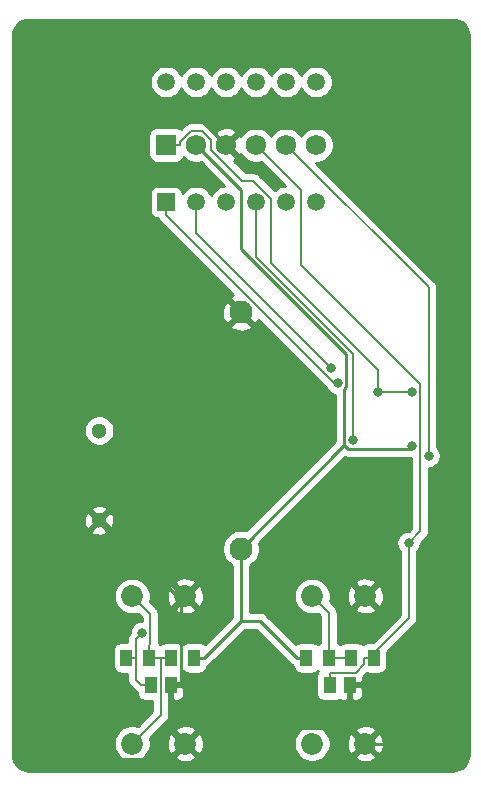
<source format=gbr>
%TF.GenerationSoftware,KiCad,Pcbnew,(5.1.10)-1*%
%TF.CreationDate,2021-07-01T23:18:39+02:00*%
%TF.ProjectId,BytesCounter,42797465-7343-46f7-956e-7465722e6b69,rev?*%
%TF.SameCoordinates,Original*%
%TF.FileFunction,Copper,L2,Bot*%
%TF.FilePolarity,Positive*%
%FSLAX46Y46*%
G04 Gerber Fmt 4.6, Leading zero omitted, Abs format (unit mm)*
G04 Created by KiCad (PCBNEW (5.1.10)-1) date 2021-07-01 23:18:39*
%MOMM*%
%LPD*%
G01*
G04 APERTURE LIST*
%TA.AperFunction,ComponentPad*%
%ADD10C,1.850000*%
%TD*%
%TA.AperFunction,ComponentPad*%
%ADD11C,1.950000*%
%TD*%
%TA.AperFunction,ComponentPad*%
%ADD12C,1.500000*%
%TD*%
%TA.AperFunction,ComponentPad*%
%ADD13R,1.500000X1.500000*%
%TD*%
%TA.AperFunction,SMDPad,CuDef*%
%ADD14R,1.000000X1.400000*%
%TD*%
%TA.AperFunction,ComponentPad*%
%ADD15C,1.300000*%
%TD*%
%TA.AperFunction,ComponentPad*%
%ADD16C,1.725000*%
%TD*%
%TA.AperFunction,ComponentPad*%
%ADD17R,1.725000X1.725000*%
%TD*%
%TA.AperFunction,SMDPad,CuDef*%
%ADD18R,1.050000X1.470000*%
%TD*%
%TA.AperFunction,ViaPad*%
%ADD19C,3.750000*%
%TD*%
%TA.AperFunction,ViaPad*%
%ADD20C,0.800000*%
%TD*%
%TA.AperFunction,Conductor*%
%ADD21C,0.250000*%
%TD*%
%TA.AperFunction,Conductor*%
%ADD22C,0.200000*%
%TD*%
%TA.AperFunction,Conductor*%
%ADD23C,0.254000*%
%TD*%
%TA.AperFunction,Conductor*%
%ADD24C,0.100000*%
%TD*%
G04 APERTURE END LIST*
D10*
%TO.P,S1,4*%
%TO.N,Net-(R11-Pad1)*%
X111796000Y-87998000D03*
%TO.P,S1,3*%
X111796000Y-75498000D03*
%TO.P,S1,2*%
%TO.N,gnd*%
X116296000Y-87998000D03*
%TO.P,S1,1*%
X116296000Y-75498000D03*
%TD*%
%TO.P,S2,4*%
%TO.N,Net-(R15-Pad1)*%
X127036000Y-87998000D03*
%TO.P,S2,3*%
X127036000Y-75498000D03*
%TO.P,S2,2*%
%TO.N,gnd*%
X131536000Y-87998000D03*
%TO.P,S2,1*%
X131536000Y-75498000D03*
%TD*%
D11*
%TO.P,U2,2*%
%TO.N,gnd*%
X121000000Y-51500000D03*
%TO.P,U2,1*%
%TO.N,+3V*%
X121000000Y-71500000D03*
%TD*%
D12*
%TO.P,U1,12*%
%TO.N,/CC_1*%
X114680000Y-31980000D03*
%TO.P,U1,11*%
%TO.N,/D_a*%
X117220000Y-31980000D03*
%TO.P,U1,10*%
%TO.N,/D_f*%
X119760000Y-31980000D03*
%TO.P,U1,9*%
%TO.N,/CC_2*%
X122300000Y-31980000D03*
%TO.P,U1,8*%
%TO.N,/CC_3*%
X124840000Y-31980000D03*
%TO.P,U1,7*%
%TO.N,/D_b*%
X127380000Y-31980000D03*
%TO.P,U1,6*%
%TO.N,/CC_4*%
X127380000Y-42140000D03*
%TO.P,U1,5*%
%TO.N,/D_g*%
X124840000Y-42140000D03*
%TO.P,U1,4*%
%TO.N,/D_c*%
X122300000Y-42140000D03*
%TO.P,U1,3*%
%TO.N,/D_dp*%
X119760000Y-42140000D03*
%TO.P,U1,2*%
%TO.N,/D_d*%
X117220000Y-42140000D03*
D13*
%TO.P,U1,1*%
%TO.N,/D_e*%
X114680000Y-42140000D03*
%TD*%
D14*
%TO.P,R16,2*%
%TO.N,/B_1*%
X132268000Y-80732000D03*
%TO.P,R16,1*%
%TO.N,Net-(R15-Pad1)*%
X130368000Y-80732000D03*
%TD*%
%TO.P,R15,2*%
%TO.N,+3V*%
X126558000Y-80732000D03*
%TO.P,R15,1*%
%TO.N,Net-(R15-Pad1)*%
X128458000Y-80732000D03*
%TD*%
%TO.P,R12,2*%
%TO.N,/B_2*%
X111318000Y-80732000D03*
%TO.P,R12,1*%
%TO.N,Net-(R11-Pad1)*%
X113218000Y-80732000D03*
%TD*%
%TO.P,R11,2*%
%TO.N,+3V*%
X117028000Y-80732000D03*
%TO.P,R11,1*%
%TO.N,Net-(R11-Pad1)*%
X115128000Y-80732000D03*
%TD*%
D15*
%TO.P,LS1,2*%
%TO.N,gnd*%
X109000000Y-69100000D03*
%TO.P,LS1,1*%
%TO.N,Net-(LS1-Pad1)*%
X109000000Y-61500000D03*
%TD*%
D16*
%TO.P,J1,6*%
%TO.N,Net-(J1-Pad6)*%
X127380000Y-37314000D03*
%TO.P,J1,5*%
%TO.N,/B_2*%
X124840000Y-37314000D03*
%TO.P,J1,4*%
%TO.N,/B_1*%
X122300000Y-37314000D03*
%TO.P,J1,3*%
%TO.N,gnd*%
X119760000Y-37314000D03*
%TO.P,J1,2*%
%TO.N,+3V*%
X117220000Y-37314000D03*
D17*
%TO.P,J1,1*%
%TO.N,/MCLR*%
X114680000Y-37314000D03*
%TD*%
D18*
%TO.P,C3,2*%
%TO.N,gnd*%
X130204000Y-83018000D03*
%TO.P,C3,1*%
%TO.N,/B_1*%
X128524000Y-83018000D03*
%TD*%
%TO.P,C2,2*%
%TO.N,gnd*%
X115062000Y-83018000D03*
%TO.P,C2,1*%
%TO.N,/B_2*%
X113382000Y-83018000D03*
%TD*%
D19*
%TO.N,gnd*%
X138000000Y-29000000D03*
X138000000Y-88000000D03*
X104000000Y-88000000D03*
X104000000Y-29000000D03*
D20*
%TO.N,+3V*%
X135461000Y-62784300D03*
%TO.N,/B_2*%
X112644600Y-78628200D03*
X136900100Y-63638100D03*
%TO.N,/B_1*%
X135211000Y-70999700D03*
%TO.N,/D_c*%
X130516400Y-62262300D03*
%TO.N,/D_d*%
X128668100Y-56221100D03*
%TO.N,/D_e*%
X129208200Y-57501900D03*
%TO.N,/MCLR*%
X135471000Y-58252400D03*
X132621100Y-58240100D03*
%TD*%
D21*
%TO.N,gnd*%
X117628000Y-86666000D02*
X116296000Y-87998000D01*
X130204000Y-86666000D02*
X117628000Y-86666000D01*
X117628000Y-86666000D02*
X117628000Y-84733700D01*
X117628000Y-84733700D02*
X115912300Y-83018000D01*
X115953400Y-75840600D02*
X116296000Y-75498000D01*
X109000000Y-69100000D02*
X109212800Y-69100000D01*
X109212800Y-69100000D02*
X115953400Y-75840600D01*
X115912300Y-83018000D02*
X115953400Y-82976900D01*
X115953400Y-82976900D02*
X115953400Y-75840600D01*
X115820200Y-83018000D02*
X115912300Y-83018000D01*
X115062000Y-83018000D02*
X115820200Y-83018000D01*
X130204000Y-86666000D02*
X130204000Y-83018000D01*
X131536000Y-87998000D02*
X130204000Y-86666000D01*
X119760000Y-37314000D02*
X116787700Y-34341700D01*
X116787700Y-34341700D02*
X109341700Y-34341700D01*
X109341700Y-34341700D02*
X104000000Y-29000000D01*
X138000000Y-29000000D02*
X131080500Y-35919500D01*
X131080500Y-35919500D02*
X121154500Y-35919500D01*
X121154500Y-35919500D02*
X119760000Y-37314000D01*
X138000000Y-88000000D02*
X131538000Y-88000000D01*
X131538000Y-88000000D02*
X131536000Y-87998000D01*
X116296000Y-87998000D02*
X115001900Y-89292100D01*
X115001900Y-89292100D02*
X105292100Y-89292100D01*
X105292100Y-89292100D02*
X104000000Y-88000000D01*
%TO.N,+3V*%
X129773300Y-62726700D02*
X130093200Y-63046600D01*
X130093200Y-63046600D02*
X135198700Y-63046600D01*
X135198700Y-63046600D02*
X135461000Y-62784300D01*
X129773300Y-62726700D02*
X129773300Y-57962600D01*
X129773300Y-57962600D02*
X129933500Y-57802400D01*
X129933500Y-57802400D02*
X129933500Y-55032700D01*
X129933500Y-55032700D02*
X121030000Y-46129200D01*
X121030000Y-46129200D02*
X121030000Y-41124000D01*
X121030000Y-41124000D02*
X117220000Y-37314000D01*
X121000000Y-71500000D02*
X129773300Y-62726700D01*
X121000000Y-77585300D02*
X117853300Y-80732000D01*
X121000000Y-71500000D02*
X121000000Y-77585300D01*
X121000000Y-77585300D02*
X122586000Y-77585300D01*
X122586000Y-77585300D02*
X125732700Y-80732000D01*
X126558000Y-80732000D02*
X125732700Y-80732000D01*
X117028000Y-80732000D02*
X117853300Y-80732000D01*
D22*
%TO.N,/B_2*%
X112644600Y-78628200D02*
X112118300Y-79154500D01*
X112118300Y-79154500D02*
X112118300Y-80732000D01*
X111318000Y-80732000D02*
X112118300Y-80732000D01*
X113382000Y-83018000D02*
X112556700Y-83018000D01*
X112556700Y-83018000D02*
X112118300Y-82579600D01*
X112118300Y-82579600D02*
X112118300Y-80732000D01*
X124840000Y-37314000D02*
X136900100Y-49374100D01*
X136900100Y-49374100D02*
X136900100Y-63638100D01*
%TO.N,/B_1*%
X122300000Y-37314000D02*
X126110000Y-41124000D01*
X126110000Y-41124000D02*
X126110000Y-47462500D01*
X126110000Y-47462500D02*
X136176300Y-57528800D01*
X136176300Y-57528800D02*
X136176300Y-70034400D01*
X136176300Y-70034400D02*
X135211000Y-70999700D01*
X131867900Y-80732000D02*
X135211000Y-77388900D01*
X135211000Y-77388900D02*
X135211000Y-70999700D01*
X131867900Y-80732000D02*
X131467700Y-80732000D01*
X132268000Y-80732000D02*
X131867900Y-80732000D01*
X128524000Y-83018000D02*
X128524000Y-81982700D01*
X128524000Y-81982700D02*
X130742200Y-81982700D01*
X130742200Y-81982700D02*
X131467700Y-81257200D01*
X131467700Y-81257200D02*
X131467700Y-80732000D01*
%TO.N,/D_c*%
X122300000Y-42140000D02*
X122300000Y-46797600D01*
X122300000Y-46797600D02*
X130516400Y-55014000D01*
X130516400Y-55014000D02*
X130516400Y-62262300D01*
%TO.N,/D_d*%
X128668100Y-56221100D02*
X117220000Y-44773000D01*
X117220000Y-44773000D02*
X117220000Y-42140000D01*
%TO.N,/D_e*%
X129208200Y-57501900D02*
X128906300Y-57501900D01*
X128906300Y-57501900D02*
X114680000Y-43275600D01*
X114680000Y-43275600D02*
X114680000Y-42140000D01*
%TO.N,Net-(R11-Pad1)*%
X113218000Y-80732000D02*
X113218000Y-79731700D01*
X113218000Y-79731700D02*
X113344900Y-79604800D01*
X113344900Y-79604800D02*
X113344900Y-77046900D01*
X113344900Y-77046900D02*
X111796000Y-75498000D01*
X114207400Y-80732000D02*
X113218000Y-80732000D01*
X115128000Y-80732000D02*
X114207400Y-80732000D01*
X114207400Y-80732000D02*
X114207400Y-85586600D01*
X114207400Y-85586600D02*
X111796000Y-87998000D01*
%TO.N,Net-(R15-Pad1)*%
X128458000Y-80732000D02*
X129567700Y-80732000D01*
X128458000Y-80732000D02*
X128458000Y-76920000D01*
X128458000Y-76920000D02*
X127036000Y-75498000D01*
X130368000Y-80732000D02*
X129567700Y-80732000D01*
%TO.N,/MCLR*%
X132621100Y-58240100D02*
X135458700Y-58240100D01*
X135458700Y-58240100D02*
X135471000Y-58252400D01*
X115842800Y-37314000D02*
X115842800Y-37023300D01*
X115842800Y-37023300D02*
X116750100Y-36116000D01*
X116750100Y-36116000D02*
X117712800Y-36116000D01*
X117712800Y-36116000D02*
X118490000Y-36893200D01*
X118490000Y-36893200D02*
X118490000Y-37729500D01*
X118490000Y-37729500D02*
X121097500Y-40337000D01*
X121097500Y-40337000D02*
X122032500Y-40337000D01*
X122032500Y-40337000D02*
X123570000Y-41874500D01*
X123570000Y-41874500D02*
X123570000Y-47301600D01*
X123570000Y-47301600D02*
X132621100Y-56352700D01*
X132621100Y-56352700D02*
X132621100Y-58240100D01*
X114680000Y-37314000D02*
X115842800Y-37314000D01*
%TD*%
D23*
%TO.N,gnd*%
X139249899Y-26737907D02*
X139490285Y-26810484D01*
X139711991Y-26928368D01*
X139906577Y-27087068D01*
X140066635Y-27280545D01*
X140186064Y-27501424D01*
X140260317Y-27741297D01*
X140290000Y-28023716D01*
X140290001Y-88965269D01*
X140262093Y-89249899D01*
X140189517Y-89490282D01*
X140071633Y-89711989D01*
X139912929Y-89906580D01*
X139719455Y-90066635D01*
X139498576Y-90186064D01*
X139258701Y-90260317D01*
X138976291Y-90290000D01*
X103034721Y-90290000D01*
X102750101Y-90262093D01*
X102509718Y-90189517D01*
X102288011Y-90071633D01*
X102093420Y-89912929D01*
X101933365Y-89719455D01*
X101813936Y-89498576D01*
X101739683Y-89258701D01*
X101710000Y-88976291D01*
X101710000Y-80032000D01*
X110179928Y-80032000D01*
X110179928Y-81432000D01*
X110192188Y-81556482D01*
X110228498Y-81676180D01*
X110287463Y-81786494D01*
X110366815Y-81883185D01*
X110463506Y-81962537D01*
X110573820Y-82021502D01*
X110693518Y-82057812D01*
X110818000Y-82070072D01*
X111383300Y-82070072D01*
X111383300Y-82543495D01*
X111379744Y-82579600D01*
X111393935Y-82723685D01*
X111397479Y-82735367D01*
X111435963Y-82862232D01*
X111504213Y-82989919D01*
X111596062Y-83101837D01*
X111624108Y-83124854D01*
X112011441Y-83512187D01*
X112034462Y-83540238D01*
X112146380Y-83632087D01*
X112218928Y-83670865D01*
X112218928Y-83753000D01*
X112231188Y-83877482D01*
X112267498Y-83997180D01*
X112326463Y-84107494D01*
X112405815Y-84204185D01*
X112502506Y-84283537D01*
X112612820Y-84342502D01*
X112732518Y-84378812D01*
X112857000Y-84391072D01*
X113472401Y-84391072D01*
X113472401Y-85282152D01*
X112254973Y-86499581D01*
X112251035Y-86497950D01*
X111949647Y-86438000D01*
X111642353Y-86438000D01*
X111340965Y-86497950D01*
X111057063Y-86615546D01*
X110801558Y-86786269D01*
X110584269Y-87003558D01*
X110413546Y-87259063D01*
X110295950Y-87542965D01*
X110236000Y-87844353D01*
X110236000Y-88151647D01*
X110295950Y-88453035D01*
X110413546Y-88736937D01*
X110584269Y-88992442D01*
X110801558Y-89209731D01*
X111057063Y-89380454D01*
X111340965Y-89498050D01*
X111642353Y-89558000D01*
X111949647Y-89558000D01*
X112251035Y-89498050D01*
X112534937Y-89380454D01*
X112790442Y-89209731D01*
X112920256Y-89079917D01*
X115393688Y-89079917D01*
X115480393Y-89336653D01*
X115757223Y-89470048D01*
X116054757Y-89546873D01*
X116361562Y-89564176D01*
X116665848Y-89521292D01*
X116955921Y-89419868D01*
X117111607Y-89336653D01*
X117198312Y-89079917D01*
X116296000Y-88177605D01*
X115393688Y-89079917D01*
X112920256Y-89079917D01*
X113007731Y-88992442D01*
X113178454Y-88736937D01*
X113296050Y-88453035D01*
X113356000Y-88151647D01*
X113356000Y-88063562D01*
X114729824Y-88063562D01*
X114772708Y-88367848D01*
X114874132Y-88657921D01*
X114957347Y-88813607D01*
X115214083Y-88900312D01*
X116116395Y-87998000D01*
X116475605Y-87998000D01*
X117377917Y-88900312D01*
X117634653Y-88813607D01*
X117768048Y-88536777D01*
X117844873Y-88239243D01*
X117862176Y-87932438D01*
X117849762Y-87844353D01*
X125476000Y-87844353D01*
X125476000Y-88151647D01*
X125535950Y-88453035D01*
X125653546Y-88736937D01*
X125824269Y-88992442D01*
X126041558Y-89209731D01*
X126297063Y-89380454D01*
X126580965Y-89498050D01*
X126882353Y-89558000D01*
X127189647Y-89558000D01*
X127491035Y-89498050D01*
X127774937Y-89380454D01*
X128030442Y-89209731D01*
X128160256Y-89079917D01*
X130633688Y-89079917D01*
X130720393Y-89336653D01*
X130997223Y-89470048D01*
X131294757Y-89546873D01*
X131601562Y-89564176D01*
X131905848Y-89521292D01*
X132195921Y-89419868D01*
X132351607Y-89336653D01*
X132438312Y-89079917D01*
X131536000Y-88177605D01*
X130633688Y-89079917D01*
X128160256Y-89079917D01*
X128247731Y-88992442D01*
X128418454Y-88736937D01*
X128536050Y-88453035D01*
X128596000Y-88151647D01*
X128596000Y-88063562D01*
X129969824Y-88063562D01*
X130012708Y-88367848D01*
X130114132Y-88657921D01*
X130197347Y-88813607D01*
X130454083Y-88900312D01*
X131356395Y-87998000D01*
X131715605Y-87998000D01*
X132617917Y-88900312D01*
X132874653Y-88813607D01*
X133008048Y-88536777D01*
X133084873Y-88239243D01*
X133102176Y-87932438D01*
X133059292Y-87628152D01*
X132957868Y-87338079D01*
X132874653Y-87182393D01*
X132617917Y-87095688D01*
X131715605Y-87998000D01*
X131356395Y-87998000D01*
X130454083Y-87095688D01*
X130197347Y-87182393D01*
X130063952Y-87459223D01*
X129987127Y-87756757D01*
X129969824Y-88063562D01*
X128596000Y-88063562D01*
X128596000Y-87844353D01*
X128536050Y-87542965D01*
X128418454Y-87259063D01*
X128247731Y-87003558D01*
X128160256Y-86916083D01*
X130633688Y-86916083D01*
X131536000Y-87818395D01*
X132438312Y-86916083D01*
X132351607Y-86659347D01*
X132074777Y-86525952D01*
X131777243Y-86449127D01*
X131470438Y-86431824D01*
X131166152Y-86474708D01*
X130876079Y-86576132D01*
X130720393Y-86659347D01*
X130633688Y-86916083D01*
X128160256Y-86916083D01*
X128030442Y-86786269D01*
X127774937Y-86615546D01*
X127491035Y-86497950D01*
X127189647Y-86438000D01*
X126882353Y-86438000D01*
X126580965Y-86497950D01*
X126297063Y-86615546D01*
X126041558Y-86786269D01*
X125824269Y-87003558D01*
X125653546Y-87259063D01*
X125535950Y-87542965D01*
X125476000Y-87844353D01*
X117849762Y-87844353D01*
X117819292Y-87628152D01*
X117717868Y-87338079D01*
X117634653Y-87182393D01*
X117377917Y-87095688D01*
X116475605Y-87998000D01*
X116116395Y-87998000D01*
X115214083Y-87095688D01*
X114957347Y-87182393D01*
X114823952Y-87459223D01*
X114747127Y-87756757D01*
X114729824Y-88063562D01*
X113356000Y-88063562D01*
X113356000Y-87844353D01*
X113296050Y-87542965D01*
X113294419Y-87539027D01*
X113917363Y-86916083D01*
X115393688Y-86916083D01*
X116296000Y-87818395D01*
X117198312Y-86916083D01*
X117111607Y-86659347D01*
X116834777Y-86525952D01*
X116537243Y-86449127D01*
X116230438Y-86431824D01*
X115926152Y-86474708D01*
X115636079Y-86576132D01*
X115480393Y-86659347D01*
X115393688Y-86916083D01*
X113917363Y-86916083D01*
X114701593Y-86131854D01*
X114729638Y-86108838D01*
X114821487Y-85996920D01*
X114889737Y-85869234D01*
X114931765Y-85730685D01*
X114945956Y-85586600D01*
X114942400Y-85550495D01*
X114942400Y-83145000D01*
X115189000Y-83145000D01*
X115189000Y-84229250D01*
X115347750Y-84388000D01*
X115587000Y-84391072D01*
X115711482Y-84378812D01*
X115831180Y-84342502D01*
X115941494Y-84283537D01*
X116038185Y-84204185D01*
X116117537Y-84107494D01*
X116176502Y-83997180D01*
X116212812Y-83877482D01*
X116225072Y-83753000D01*
X116222000Y-83303750D01*
X116063250Y-83145000D01*
X115189000Y-83145000D01*
X114942400Y-83145000D01*
X114942400Y-82871000D01*
X115189000Y-82871000D01*
X115189000Y-82891000D01*
X116063250Y-82891000D01*
X116222000Y-82732250D01*
X116225072Y-82283000D01*
X116212812Y-82158518D01*
X116176502Y-82038820D01*
X116117537Y-81928506D01*
X116087621Y-81892053D01*
X116173506Y-81962537D01*
X116283820Y-82021502D01*
X116403518Y-82057812D01*
X116528000Y-82070072D01*
X117528000Y-82070072D01*
X117652482Y-82057812D01*
X117772180Y-82021502D01*
X117882494Y-81962537D01*
X117979185Y-81883185D01*
X118058537Y-81786494D01*
X118117502Y-81676180D01*
X118153812Y-81556482D01*
X118166072Y-81432000D01*
X118166072Y-81426575D01*
X118277576Y-81366974D01*
X118393301Y-81272001D01*
X118417104Y-81242997D01*
X121314802Y-78345300D01*
X122271199Y-78345300D01*
X125168901Y-81243003D01*
X125192699Y-81272001D01*
X125308424Y-81366974D01*
X125419928Y-81426575D01*
X125419928Y-81432000D01*
X125432188Y-81556482D01*
X125468498Y-81676180D01*
X125527463Y-81786494D01*
X125606815Y-81883185D01*
X125703506Y-81962537D01*
X125813820Y-82021502D01*
X125933518Y-82057812D01*
X126058000Y-82070072D01*
X127058000Y-82070072D01*
X127182482Y-82057812D01*
X127302180Y-82021502D01*
X127412494Y-81962537D01*
X127498379Y-81892053D01*
X127468463Y-81928506D01*
X127409498Y-82038820D01*
X127373188Y-82158518D01*
X127360928Y-82283000D01*
X127360928Y-83753000D01*
X127373188Y-83877482D01*
X127409498Y-83997180D01*
X127468463Y-84107494D01*
X127547815Y-84204185D01*
X127644506Y-84283537D01*
X127754820Y-84342502D01*
X127874518Y-84378812D01*
X127999000Y-84391072D01*
X129049000Y-84391072D01*
X129173482Y-84378812D01*
X129293180Y-84342502D01*
X129364000Y-84304647D01*
X129434820Y-84342502D01*
X129554518Y-84378812D01*
X129679000Y-84391072D01*
X129918250Y-84388000D01*
X130077000Y-84229250D01*
X130077000Y-83145000D01*
X130331000Y-83145000D01*
X130331000Y-84229250D01*
X130489750Y-84388000D01*
X130729000Y-84391072D01*
X130853482Y-84378812D01*
X130973180Y-84342502D01*
X131083494Y-84283537D01*
X131180185Y-84204185D01*
X131259537Y-84107494D01*
X131318502Y-83997180D01*
X131354812Y-83877482D01*
X131367072Y-83753000D01*
X131364000Y-83303750D01*
X131205250Y-83145000D01*
X130331000Y-83145000D01*
X130077000Y-83145000D01*
X130057000Y-83145000D01*
X130057000Y-82891000D01*
X130077000Y-82891000D01*
X130077000Y-82871000D01*
X130331000Y-82871000D01*
X130331000Y-82891000D01*
X131205250Y-82891000D01*
X131364000Y-82732250D01*
X131366285Y-82398061D01*
X131700885Y-82063462D01*
X131768000Y-82070072D01*
X132768000Y-82070072D01*
X132892482Y-82057812D01*
X133012180Y-82021502D01*
X133122494Y-81962537D01*
X133219185Y-81883185D01*
X133298537Y-81786494D01*
X133357502Y-81676180D01*
X133393812Y-81556482D01*
X133406072Y-81432000D01*
X133406072Y-80233274D01*
X135705197Y-77934150D01*
X135733237Y-77911138D01*
X135756250Y-77883097D01*
X135756253Y-77883094D01*
X135825086Y-77799221D01*
X135825087Y-77799220D01*
X135893337Y-77671533D01*
X135935365Y-77532985D01*
X135946000Y-77425005D01*
X135946000Y-77424996D01*
X135949555Y-77388901D01*
X135946000Y-77352806D01*
X135946000Y-71728411D01*
X136014937Y-71659474D01*
X136128205Y-71489956D01*
X136206226Y-71301598D01*
X136246000Y-71101639D01*
X136246000Y-71004147D01*
X136670493Y-70579654D01*
X136698538Y-70556638D01*
X136790387Y-70444720D01*
X136858637Y-70317033D01*
X136900665Y-70178485D01*
X136911300Y-70070505D01*
X136911300Y-70070496D01*
X136914855Y-70034401D01*
X136911300Y-69998306D01*
X136911300Y-64673100D01*
X137002039Y-64673100D01*
X137201998Y-64633326D01*
X137390356Y-64555305D01*
X137559874Y-64442037D01*
X137704037Y-64297874D01*
X137817305Y-64128356D01*
X137895326Y-63939998D01*
X137935100Y-63740039D01*
X137935100Y-63536161D01*
X137895326Y-63336202D01*
X137817305Y-63147844D01*
X137704037Y-62978326D01*
X137635100Y-62909389D01*
X137635100Y-49410205D01*
X137638656Y-49374100D01*
X137624465Y-49230014D01*
X137582437Y-49091468D01*
X137582437Y-49091467D01*
X137514187Y-48963780D01*
X137470217Y-48910203D01*
X137445353Y-48879906D01*
X137445350Y-48879903D01*
X137422337Y-48851862D01*
X137394298Y-48828851D01*
X127376946Y-38811500D01*
X127527491Y-38811500D01*
X127816805Y-38753952D01*
X128089332Y-38641067D01*
X128334601Y-38477184D01*
X128543184Y-38268601D01*
X128707067Y-38023332D01*
X128819952Y-37750805D01*
X128877500Y-37461491D01*
X128877500Y-37166509D01*
X128819952Y-36877195D01*
X128707067Y-36604668D01*
X128543184Y-36359399D01*
X128334601Y-36150816D01*
X128089332Y-35986933D01*
X127816805Y-35874048D01*
X127527491Y-35816500D01*
X127232509Y-35816500D01*
X126943195Y-35874048D01*
X126670668Y-35986933D01*
X126425399Y-36150816D01*
X126216816Y-36359399D01*
X126110000Y-36519261D01*
X126003184Y-36359399D01*
X125794601Y-36150816D01*
X125549332Y-35986933D01*
X125276805Y-35874048D01*
X124987491Y-35816500D01*
X124692509Y-35816500D01*
X124403195Y-35874048D01*
X124130668Y-35986933D01*
X123885399Y-36150816D01*
X123676816Y-36359399D01*
X123570000Y-36519261D01*
X123463184Y-36359399D01*
X123254601Y-36150816D01*
X123009332Y-35986933D01*
X122736805Y-35874048D01*
X122447491Y-35816500D01*
X122152509Y-35816500D01*
X121863195Y-35874048D01*
X121590668Y-35986933D01*
X121345399Y-36150816D01*
X121136816Y-36359399D01*
X121024160Y-36528001D01*
X120797319Y-36456286D01*
X119939605Y-37314000D01*
X120797319Y-38171714D01*
X121024160Y-38099999D01*
X121136816Y-38268601D01*
X121345399Y-38477184D01*
X121590668Y-38641067D01*
X121863195Y-38753952D01*
X122152509Y-38811500D01*
X122447491Y-38811500D01*
X122706528Y-38759974D01*
X124701891Y-40755338D01*
X124436011Y-40808225D01*
X124183957Y-40912629D01*
X123957114Y-41064201D01*
X123878131Y-41143184D01*
X122577758Y-39842812D01*
X122554738Y-39814762D01*
X122442820Y-39722913D01*
X122315133Y-39654663D01*
X122176585Y-39612635D01*
X122068605Y-39602000D01*
X122032500Y-39598444D01*
X121996395Y-39602000D01*
X121401947Y-39602000D01*
X120449321Y-38649374D01*
X120538566Y-38601670D01*
X120617714Y-38351319D01*
X119760000Y-37493605D01*
X119745858Y-37507748D01*
X119566253Y-37328143D01*
X119580395Y-37314000D01*
X119566253Y-37299858D01*
X119745858Y-37120253D01*
X119760000Y-37134395D01*
X120617714Y-36276681D01*
X120538566Y-36026330D01*
X120272394Y-35899180D01*
X119986532Y-35826403D01*
X119691963Y-35810792D01*
X119400009Y-35852949D01*
X119121889Y-35951253D01*
X118981434Y-36026330D01*
X118904842Y-36268595D01*
X118258058Y-35621812D01*
X118235038Y-35593762D01*
X118123120Y-35501913D01*
X117995433Y-35433663D01*
X117856885Y-35391635D01*
X117748905Y-35381000D01*
X117712800Y-35377444D01*
X117676695Y-35381000D01*
X116786205Y-35381000D01*
X116750100Y-35377444D01*
X116606014Y-35391635D01*
X116563986Y-35404384D01*
X116467467Y-35433663D01*
X116339780Y-35501913D01*
X116227862Y-35593762D01*
X116204846Y-35621807D01*
X115901770Y-35924883D01*
X115896994Y-35920963D01*
X115786680Y-35861998D01*
X115666982Y-35825688D01*
X115542500Y-35813428D01*
X113817500Y-35813428D01*
X113693018Y-35825688D01*
X113573320Y-35861998D01*
X113463006Y-35920963D01*
X113366315Y-36000315D01*
X113286963Y-36097006D01*
X113227998Y-36207320D01*
X113191688Y-36327018D01*
X113179428Y-36451500D01*
X113179428Y-38176500D01*
X113191688Y-38300982D01*
X113227998Y-38420680D01*
X113286963Y-38530994D01*
X113366315Y-38627685D01*
X113463006Y-38707037D01*
X113573320Y-38766002D01*
X113693018Y-38802312D01*
X113817500Y-38814572D01*
X115542500Y-38814572D01*
X115666982Y-38802312D01*
X115786680Y-38766002D01*
X115896994Y-38707037D01*
X115993685Y-38627685D01*
X116073037Y-38530994D01*
X116132002Y-38420680D01*
X116149898Y-38361683D01*
X116265399Y-38477184D01*
X116510668Y-38641067D01*
X116783195Y-38753952D01*
X117072509Y-38811500D01*
X117367491Y-38811500D01*
X117597039Y-38765840D01*
X119592402Y-40761204D01*
X119356011Y-40808225D01*
X119103957Y-40912629D01*
X118877114Y-41064201D01*
X118684201Y-41257114D01*
X118532629Y-41483957D01*
X118490000Y-41586873D01*
X118447371Y-41483957D01*
X118295799Y-41257114D01*
X118102886Y-41064201D01*
X117876043Y-40912629D01*
X117623989Y-40808225D01*
X117356411Y-40755000D01*
X117083589Y-40755000D01*
X116816011Y-40808225D01*
X116563957Y-40912629D01*
X116337114Y-41064201D01*
X116144201Y-41257114D01*
X116066445Y-41373483D01*
X116055812Y-41265518D01*
X116019502Y-41145820D01*
X115960537Y-41035506D01*
X115881185Y-40938815D01*
X115784494Y-40859463D01*
X115674180Y-40800498D01*
X115554482Y-40764188D01*
X115430000Y-40751928D01*
X113930000Y-40751928D01*
X113805518Y-40764188D01*
X113685820Y-40800498D01*
X113575506Y-40859463D01*
X113478815Y-40938815D01*
X113399463Y-41035506D01*
X113340498Y-41145820D01*
X113304188Y-41265518D01*
X113291928Y-41390000D01*
X113291928Y-42890000D01*
X113304188Y-43014482D01*
X113340498Y-43134180D01*
X113399463Y-43244494D01*
X113478815Y-43341185D01*
X113575506Y-43420537D01*
X113685820Y-43479502D01*
X113805518Y-43515812D01*
X113930000Y-43528072D01*
X113988514Y-43528072D01*
X113997663Y-43558232D01*
X114065913Y-43685919D01*
X114157762Y-43797837D01*
X114185808Y-43820854D01*
X120376957Y-50012004D01*
X120322633Y-50030844D01*
X120154766Y-50120571D01*
X120062021Y-50382416D01*
X121000000Y-51320395D01*
X121014143Y-51306253D01*
X121193748Y-51485858D01*
X121179605Y-51500000D01*
X122117584Y-52437979D01*
X122379429Y-52345234D01*
X122487451Y-52122498D01*
X128244245Y-57879292D01*
X128290995Y-57992156D01*
X128404263Y-58161674D01*
X128548426Y-58305837D01*
X128717944Y-58419105D01*
X128906302Y-58497126D01*
X129013301Y-58518409D01*
X129013300Y-62411898D01*
X121472242Y-69952957D01*
X121469620Y-69951871D01*
X121158571Y-69890000D01*
X120841429Y-69890000D01*
X120530380Y-69951871D01*
X120237379Y-70073237D01*
X119973685Y-70249431D01*
X119749431Y-70473685D01*
X119573237Y-70737379D01*
X119451871Y-71030380D01*
X119390000Y-71341429D01*
X119390000Y-71658571D01*
X119451871Y-71969620D01*
X119573237Y-72262621D01*
X119749431Y-72526315D01*
X119973685Y-72750569D01*
X120237379Y-72926763D01*
X120240000Y-72927849D01*
X120240001Y-77270497D01*
X117951997Y-79558502D01*
X117882494Y-79501463D01*
X117772180Y-79442498D01*
X117652482Y-79406188D01*
X117528000Y-79393928D01*
X116528000Y-79393928D01*
X116403518Y-79406188D01*
X116283820Y-79442498D01*
X116173506Y-79501463D01*
X116078000Y-79579842D01*
X115982494Y-79501463D01*
X115872180Y-79442498D01*
X115752482Y-79406188D01*
X115628000Y-79393928D01*
X114628000Y-79393928D01*
X114503518Y-79406188D01*
X114383820Y-79442498D01*
X114273506Y-79501463D01*
X114176815Y-79580815D01*
X114173000Y-79585464D01*
X114169185Y-79580815D01*
X114079900Y-79507541D01*
X114079900Y-77082994D01*
X114083455Y-77046899D01*
X114079900Y-77010804D01*
X114079900Y-77010795D01*
X114069265Y-76902815D01*
X114027237Y-76764267D01*
X113958987Y-76636580D01*
X113912485Y-76579917D01*
X115393688Y-76579917D01*
X115480393Y-76836653D01*
X115757223Y-76970048D01*
X116054757Y-77046873D01*
X116361562Y-77064176D01*
X116665848Y-77021292D01*
X116955921Y-76919868D01*
X117111607Y-76836653D01*
X117198312Y-76579917D01*
X116296000Y-75677605D01*
X115393688Y-76579917D01*
X113912485Y-76579917D01*
X113867138Y-76524662D01*
X113839093Y-76501646D01*
X113294419Y-75956972D01*
X113296050Y-75953035D01*
X113356000Y-75651647D01*
X113356000Y-75563562D01*
X114729824Y-75563562D01*
X114772708Y-75867848D01*
X114874132Y-76157921D01*
X114957347Y-76313607D01*
X115214083Y-76400312D01*
X116116395Y-75498000D01*
X116475605Y-75498000D01*
X117377917Y-76400312D01*
X117634653Y-76313607D01*
X117768048Y-76036777D01*
X117844873Y-75739243D01*
X117862176Y-75432438D01*
X117819292Y-75128152D01*
X117717868Y-74838079D01*
X117634653Y-74682393D01*
X117377917Y-74595688D01*
X116475605Y-75498000D01*
X116116395Y-75498000D01*
X115214083Y-74595688D01*
X114957347Y-74682393D01*
X114823952Y-74959223D01*
X114747127Y-75256757D01*
X114729824Y-75563562D01*
X113356000Y-75563562D01*
X113356000Y-75344353D01*
X113296050Y-75042965D01*
X113178454Y-74759063D01*
X113007731Y-74503558D01*
X112920256Y-74416083D01*
X115393688Y-74416083D01*
X116296000Y-75318395D01*
X117198312Y-74416083D01*
X117111607Y-74159347D01*
X116834777Y-74025952D01*
X116537243Y-73949127D01*
X116230438Y-73931824D01*
X115926152Y-73974708D01*
X115636079Y-74076132D01*
X115480393Y-74159347D01*
X115393688Y-74416083D01*
X112920256Y-74416083D01*
X112790442Y-74286269D01*
X112534937Y-74115546D01*
X112251035Y-73997950D01*
X111949647Y-73938000D01*
X111642353Y-73938000D01*
X111340965Y-73997950D01*
X111057063Y-74115546D01*
X110801558Y-74286269D01*
X110584269Y-74503558D01*
X110413546Y-74759063D01*
X110295950Y-75042965D01*
X110236000Y-75344353D01*
X110236000Y-75651647D01*
X110295950Y-75953035D01*
X110413546Y-76236937D01*
X110584269Y-76492442D01*
X110801558Y-76709731D01*
X111057063Y-76880454D01*
X111340965Y-76998050D01*
X111642353Y-77058000D01*
X111949647Y-77058000D01*
X112251035Y-76998050D01*
X112254972Y-76996419D01*
X112609901Y-77351348D01*
X112609901Y-77593200D01*
X112542661Y-77593200D01*
X112342702Y-77632974D01*
X112154344Y-77710995D01*
X111984826Y-77824263D01*
X111840663Y-77968426D01*
X111727395Y-78137944D01*
X111649374Y-78326302D01*
X111609600Y-78526261D01*
X111609600Y-78621152D01*
X111596062Y-78632263D01*
X111504213Y-78744181D01*
X111435963Y-78871868D01*
X111418299Y-78930098D01*
X111393935Y-79010415D01*
X111379744Y-79154500D01*
X111383300Y-79190605D01*
X111383300Y-79393928D01*
X110818000Y-79393928D01*
X110693518Y-79406188D01*
X110573820Y-79442498D01*
X110463506Y-79501463D01*
X110366815Y-79580815D01*
X110287463Y-79677506D01*
X110228498Y-79787820D01*
X110192188Y-79907518D01*
X110179928Y-80032000D01*
X101710000Y-80032000D01*
X101710000Y-69985527D01*
X108294078Y-69985527D01*
X108347466Y-70214201D01*
X108577374Y-70320095D01*
X108823524Y-70379102D01*
X109076455Y-70388952D01*
X109326449Y-70349270D01*
X109563896Y-70261578D01*
X109652534Y-70214201D01*
X109705922Y-69985527D01*
X109000000Y-69279605D01*
X108294078Y-69985527D01*
X101710000Y-69985527D01*
X101710000Y-69176455D01*
X107711048Y-69176455D01*
X107750730Y-69426449D01*
X107838422Y-69663896D01*
X107885799Y-69752534D01*
X108114473Y-69805922D01*
X108820395Y-69100000D01*
X109179605Y-69100000D01*
X109885527Y-69805922D01*
X110114201Y-69752534D01*
X110220095Y-69522626D01*
X110279102Y-69276476D01*
X110288952Y-69023545D01*
X110249270Y-68773551D01*
X110161578Y-68536104D01*
X110114201Y-68447466D01*
X109885527Y-68394078D01*
X109179605Y-69100000D01*
X108820395Y-69100000D01*
X108114473Y-68394078D01*
X107885799Y-68447466D01*
X107779905Y-68677374D01*
X107720898Y-68923524D01*
X107711048Y-69176455D01*
X101710000Y-69176455D01*
X101710000Y-68214473D01*
X108294078Y-68214473D01*
X109000000Y-68920395D01*
X109705922Y-68214473D01*
X109652534Y-67985799D01*
X109422626Y-67879905D01*
X109176476Y-67820898D01*
X108923545Y-67811048D01*
X108673551Y-67850730D01*
X108436104Y-67938422D01*
X108347466Y-67985799D01*
X108294078Y-68214473D01*
X101710000Y-68214473D01*
X101710000Y-61373439D01*
X107715000Y-61373439D01*
X107715000Y-61626561D01*
X107764381Y-61874821D01*
X107861247Y-62108676D01*
X108001875Y-62319140D01*
X108180860Y-62498125D01*
X108391324Y-62638753D01*
X108625179Y-62735619D01*
X108873439Y-62785000D01*
X109126561Y-62785000D01*
X109374821Y-62735619D01*
X109608676Y-62638753D01*
X109819140Y-62498125D01*
X109998125Y-62319140D01*
X110138753Y-62108676D01*
X110235619Y-61874821D01*
X110285000Y-61626561D01*
X110285000Y-61373439D01*
X110235619Y-61125179D01*
X110138753Y-60891324D01*
X109998125Y-60680860D01*
X109819140Y-60501875D01*
X109608676Y-60361247D01*
X109374821Y-60264381D01*
X109126561Y-60215000D01*
X108873439Y-60215000D01*
X108625179Y-60264381D01*
X108391324Y-60361247D01*
X108180860Y-60501875D01*
X108001875Y-60680860D01*
X107861247Y-60891324D01*
X107764381Y-61125179D01*
X107715000Y-61373439D01*
X101710000Y-61373439D01*
X101710000Y-52617584D01*
X120062021Y-52617584D01*
X120154766Y-52879429D01*
X120440120Y-53017820D01*
X120746990Y-53097883D01*
X121063584Y-53116540D01*
X121377733Y-53073074D01*
X121677367Y-52969156D01*
X121845234Y-52879429D01*
X121937979Y-52617584D01*
X121000000Y-51679605D01*
X120062021Y-52617584D01*
X101710000Y-52617584D01*
X101710000Y-51563584D01*
X119383460Y-51563584D01*
X119426926Y-51877733D01*
X119530844Y-52177367D01*
X119620571Y-52345234D01*
X119882416Y-52437979D01*
X120820395Y-51500000D01*
X119882416Y-50562021D01*
X119620571Y-50654766D01*
X119482180Y-50940120D01*
X119402117Y-51246990D01*
X119383460Y-51563584D01*
X101710000Y-51563584D01*
X101710000Y-31843589D01*
X113295000Y-31843589D01*
X113295000Y-32116411D01*
X113348225Y-32383989D01*
X113452629Y-32636043D01*
X113604201Y-32862886D01*
X113797114Y-33055799D01*
X114023957Y-33207371D01*
X114276011Y-33311775D01*
X114543589Y-33365000D01*
X114816411Y-33365000D01*
X115083989Y-33311775D01*
X115336043Y-33207371D01*
X115562886Y-33055799D01*
X115755799Y-32862886D01*
X115907371Y-32636043D01*
X115950000Y-32533127D01*
X115992629Y-32636043D01*
X116144201Y-32862886D01*
X116337114Y-33055799D01*
X116563957Y-33207371D01*
X116816011Y-33311775D01*
X117083589Y-33365000D01*
X117356411Y-33365000D01*
X117623989Y-33311775D01*
X117876043Y-33207371D01*
X118102886Y-33055799D01*
X118295799Y-32862886D01*
X118447371Y-32636043D01*
X118490000Y-32533127D01*
X118532629Y-32636043D01*
X118684201Y-32862886D01*
X118877114Y-33055799D01*
X119103957Y-33207371D01*
X119356011Y-33311775D01*
X119623589Y-33365000D01*
X119896411Y-33365000D01*
X120163989Y-33311775D01*
X120416043Y-33207371D01*
X120642886Y-33055799D01*
X120835799Y-32862886D01*
X120987371Y-32636043D01*
X121030000Y-32533127D01*
X121072629Y-32636043D01*
X121224201Y-32862886D01*
X121417114Y-33055799D01*
X121643957Y-33207371D01*
X121896011Y-33311775D01*
X122163589Y-33365000D01*
X122436411Y-33365000D01*
X122703989Y-33311775D01*
X122956043Y-33207371D01*
X123182886Y-33055799D01*
X123375799Y-32862886D01*
X123527371Y-32636043D01*
X123570000Y-32533127D01*
X123612629Y-32636043D01*
X123764201Y-32862886D01*
X123957114Y-33055799D01*
X124183957Y-33207371D01*
X124436011Y-33311775D01*
X124703589Y-33365000D01*
X124976411Y-33365000D01*
X125243989Y-33311775D01*
X125496043Y-33207371D01*
X125722886Y-33055799D01*
X125915799Y-32862886D01*
X126067371Y-32636043D01*
X126110000Y-32533127D01*
X126152629Y-32636043D01*
X126304201Y-32862886D01*
X126497114Y-33055799D01*
X126723957Y-33207371D01*
X126976011Y-33311775D01*
X127243589Y-33365000D01*
X127516411Y-33365000D01*
X127783989Y-33311775D01*
X128036043Y-33207371D01*
X128262886Y-33055799D01*
X128455799Y-32862886D01*
X128607371Y-32636043D01*
X128711775Y-32383989D01*
X128765000Y-32116411D01*
X128765000Y-31843589D01*
X128711775Y-31576011D01*
X128607371Y-31323957D01*
X128455799Y-31097114D01*
X128262886Y-30904201D01*
X128036043Y-30752629D01*
X127783989Y-30648225D01*
X127516411Y-30595000D01*
X127243589Y-30595000D01*
X126976011Y-30648225D01*
X126723957Y-30752629D01*
X126497114Y-30904201D01*
X126304201Y-31097114D01*
X126152629Y-31323957D01*
X126110000Y-31426873D01*
X126067371Y-31323957D01*
X125915799Y-31097114D01*
X125722886Y-30904201D01*
X125496043Y-30752629D01*
X125243989Y-30648225D01*
X124976411Y-30595000D01*
X124703589Y-30595000D01*
X124436011Y-30648225D01*
X124183957Y-30752629D01*
X123957114Y-30904201D01*
X123764201Y-31097114D01*
X123612629Y-31323957D01*
X123570000Y-31426873D01*
X123527371Y-31323957D01*
X123375799Y-31097114D01*
X123182886Y-30904201D01*
X122956043Y-30752629D01*
X122703989Y-30648225D01*
X122436411Y-30595000D01*
X122163589Y-30595000D01*
X121896011Y-30648225D01*
X121643957Y-30752629D01*
X121417114Y-30904201D01*
X121224201Y-31097114D01*
X121072629Y-31323957D01*
X121030000Y-31426873D01*
X120987371Y-31323957D01*
X120835799Y-31097114D01*
X120642886Y-30904201D01*
X120416043Y-30752629D01*
X120163989Y-30648225D01*
X119896411Y-30595000D01*
X119623589Y-30595000D01*
X119356011Y-30648225D01*
X119103957Y-30752629D01*
X118877114Y-30904201D01*
X118684201Y-31097114D01*
X118532629Y-31323957D01*
X118490000Y-31426873D01*
X118447371Y-31323957D01*
X118295799Y-31097114D01*
X118102886Y-30904201D01*
X117876043Y-30752629D01*
X117623989Y-30648225D01*
X117356411Y-30595000D01*
X117083589Y-30595000D01*
X116816011Y-30648225D01*
X116563957Y-30752629D01*
X116337114Y-30904201D01*
X116144201Y-31097114D01*
X115992629Y-31323957D01*
X115950000Y-31426873D01*
X115907371Y-31323957D01*
X115755799Y-31097114D01*
X115562886Y-30904201D01*
X115336043Y-30752629D01*
X115083989Y-30648225D01*
X114816411Y-30595000D01*
X114543589Y-30595000D01*
X114276011Y-30648225D01*
X114023957Y-30752629D01*
X113797114Y-30904201D01*
X113604201Y-31097114D01*
X113452629Y-31323957D01*
X113348225Y-31576011D01*
X113295000Y-31843589D01*
X101710000Y-31843589D01*
X101710000Y-28034721D01*
X101737907Y-27750101D01*
X101810484Y-27509715D01*
X101928368Y-27288009D01*
X102087068Y-27093423D01*
X102280545Y-26933365D01*
X102501424Y-26813936D01*
X102741297Y-26739683D01*
X103023716Y-26710000D01*
X138965279Y-26710000D01*
X139249899Y-26737907D01*
%TA.AperFunction,Conductor*%
D24*
G36*
X139249899Y-26737907D02*
G01*
X139490285Y-26810484D01*
X139711991Y-26928368D01*
X139906577Y-27087068D01*
X140066635Y-27280545D01*
X140186064Y-27501424D01*
X140260317Y-27741297D01*
X140290000Y-28023716D01*
X140290001Y-88965269D01*
X140262093Y-89249899D01*
X140189517Y-89490282D01*
X140071633Y-89711989D01*
X139912929Y-89906580D01*
X139719455Y-90066635D01*
X139498576Y-90186064D01*
X139258701Y-90260317D01*
X138976291Y-90290000D01*
X103034721Y-90290000D01*
X102750101Y-90262093D01*
X102509718Y-90189517D01*
X102288011Y-90071633D01*
X102093420Y-89912929D01*
X101933365Y-89719455D01*
X101813936Y-89498576D01*
X101739683Y-89258701D01*
X101710000Y-88976291D01*
X101710000Y-80032000D01*
X110179928Y-80032000D01*
X110179928Y-81432000D01*
X110192188Y-81556482D01*
X110228498Y-81676180D01*
X110287463Y-81786494D01*
X110366815Y-81883185D01*
X110463506Y-81962537D01*
X110573820Y-82021502D01*
X110693518Y-82057812D01*
X110818000Y-82070072D01*
X111383300Y-82070072D01*
X111383300Y-82543495D01*
X111379744Y-82579600D01*
X111393935Y-82723685D01*
X111397479Y-82735367D01*
X111435963Y-82862232D01*
X111504213Y-82989919D01*
X111596062Y-83101837D01*
X111624108Y-83124854D01*
X112011441Y-83512187D01*
X112034462Y-83540238D01*
X112146380Y-83632087D01*
X112218928Y-83670865D01*
X112218928Y-83753000D01*
X112231188Y-83877482D01*
X112267498Y-83997180D01*
X112326463Y-84107494D01*
X112405815Y-84204185D01*
X112502506Y-84283537D01*
X112612820Y-84342502D01*
X112732518Y-84378812D01*
X112857000Y-84391072D01*
X113472401Y-84391072D01*
X113472401Y-85282152D01*
X112254973Y-86499581D01*
X112251035Y-86497950D01*
X111949647Y-86438000D01*
X111642353Y-86438000D01*
X111340965Y-86497950D01*
X111057063Y-86615546D01*
X110801558Y-86786269D01*
X110584269Y-87003558D01*
X110413546Y-87259063D01*
X110295950Y-87542965D01*
X110236000Y-87844353D01*
X110236000Y-88151647D01*
X110295950Y-88453035D01*
X110413546Y-88736937D01*
X110584269Y-88992442D01*
X110801558Y-89209731D01*
X111057063Y-89380454D01*
X111340965Y-89498050D01*
X111642353Y-89558000D01*
X111949647Y-89558000D01*
X112251035Y-89498050D01*
X112534937Y-89380454D01*
X112790442Y-89209731D01*
X112920256Y-89079917D01*
X115393688Y-89079917D01*
X115480393Y-89336653D01*
X115757223Y-89470048D01*
X116054757Y-89546873D01*
X116361562Y-89564176D01*
X116665848Y-89521292D01*
X116955921Y-89419868D01*
X117111607Y-89336653D01*
X117198312Y-89079917D01*
X116296000Y-88177605D01*
X115393688Y-89079917D01*
X112920256Y-89079917D01*
X113007731Y-88992442D01*
X113178454Y-88736937D01*
X113296050Y-88453035D01*
X113356000Y-88151647D01*
X113356000Y-88063562D01*
X114729824Y-88063562D01*
X114772708Y-88367848D01*
X114874132Y-88657921D01*
X114957347Y-88813607D01*
X115214083Y-88900312D01*
X116116395Y-87998000D01*
X116475605Y-87998000D01*
X117377917Y-88900312D01*
X117634653Y-88813607D01*
X117768048Y-88536777D01*
X117844873Y-88239243D01*
X117862176Y-87932438D01*
X117849762Y-87844353D01*
X125476000Y-87844353D01*
X125476000Y-88151647D01*
X125535950Y-88453035D01*
X125653546Y-88736937D01*
X125824269Y-88992442D01*
X126041558Y-89209731D01*
X126297063Y-89380454D01*
X126580965Y-89498050D01*
X126882353Y-89558000D01*
X127189647Y-89558000D01*
X127491035Y-89498050D01*
X127774937Y-89380454D01*
X128030442Y-89209731D01*
X128160256Y-89079917D01*
X130633688Y-89079917D01*
X130720393Y-89336653D01*
X130997223Y-89470048D01*
X131294757Y-89546873D01*
X131601562Y-89564176D01*
X131905848Y-89521292D01*
X132195921Y-89419868D01*
X132351607Y-89336653D01*
X132438312Y-89079917D01*
X131536000Y-88177605D01*
X130633688Y-89079917D01*
X128160256Y-89079917D01*
X128247731Y-88992442D01*
X128418454Y-88736937D01*
X128536050Y-88453035D01*
X128596000Y-88151647D01*
X128596000Y-88063562D01*
X129969824Y-88063562D01*
X130012708Y-88367848D01*
X130114132Y-88657921D01*
X130197347Y-88813607D01*
X130454083Y-88900312D01*
X131356395Y-87998000D01*
X131715605Y-87998000D01*
X132617917Y-88900312D01*
X132874653Y-88813607D01*
X133008048Y-88536777D01*
X133084873Y-88239243D01*
X133102176Y-87932438D01*
X133059292Y-87628152D01*
X132957868Y-87338079D01*
X132874653Y-87182393D01*
X132617917Y-87095688D01*
X131715605Y-87998000D01*
X131356395Y-87998000D01*
X130454083Y-87095688D01*
X130197347Y-87182393D01*
X130063952Y-87459223D01*
X129987127Y-87756757D01*
X129969824Y-88063562D01*
X128596000Y-88063562D01*
X128596000Y-87844353D01*
X128536050Y-87542965D01*
X128418454Y-87259063D01*
X128247731Y-87003558D01*
X128160256Y-86916083D01*
X130633688Y-86916083D01*
X131536000Y-87818395D01*
X132438312Y-86916083D01*
X132351607Y-86659347D01*
X132074777Y-86525952D01*
X131777243Y-86449127D01*
X131470438Y-86431824D01*
X131166152Y-86474708D01*
X130876079Y-86576132D01*
X130720393Y-86659347D01*
X130633688Y-86916083D01*
X128160256Y-86916083D01*
X128030442Y-86786269D01*
X127774937Y-86615546D01*
X127491035Y-86497950D01*
X127189647Y-86438000D01*
X126882353Y-86438000D01*
X126580965Y-86497950D01*
X126297063Y-86615546D01*
X126041558Y-86786269D01*
X125824269Y-87003558D01*
X125653546Y-87259063D01*
X125535950Y-87542965D01*
X125476000Y-87844353D01*
X117849762Y-87844353D01*
X117819292Y-87628152D01*
X117717868Y-87338079D01*
X117634653Y-87182393D01*
X117377917Y-87095688D01*
X116475605Y-87998000D01*
X116116395Y-87998000D01*
X115214083Y-87095688D01*
X114957347Y-87182393D01*
X114823952Y-87459223D01*
X114747127Y-87756757D01*
X114729824Y-88063562D01*
X113356000Y-88063562D01*
X113356000Y-87844353D01*
X113296050Y-87542965D01*
X113294419Y-87539027D01*
X113917363Y-86916083D01*
X115393688Y-86916083D01*
X116296000Y-87818395D01*
X117198312Y-86916083D01*
X117111607Y-86659347D01*
X116834777Y-86525952D01*
X116537243Y-86449127D01*
X116230438Y-86431824D01*
X115926152Y-86474708D01*
X115636079Y-86576132D01*
X115480393Y-86659347D01*
X115393688Y-86916083D01*
X113917363Y-86916083D01*
X114701593Y-86131854D01*
X114729638Y-86108838D01*
X114821487Y-85996920D01*
X114889737Y-85869234D01*
X114931765Y-85730685D01*
X114945956Y-85586600D01*
X114942400Y-85550495D01*
X114942400Y-83145000D01*
X115189000Y-83145000D01*
X115189000Y-84229250D01*
X115347750Y-84388000D01*
X115587000Y-84391072D01*
X115711482Y-84378812D01*
X115831180Y-84342502D01*
X115941494Y-84283537D01*
X116038185Y-84204185D01*
X116117537Y-84107494D01*
X116176502Y-83997180D01*
X116212812Y-83877482D01*
X116225072Y-83753000D01*
X116222000Y-83303750D01*
X116063250Y-83145000D01*
X115189000Y-83145000D01*
X114942400Y-83145000D01*
X114942400Y-82871000D01*
X115189000Y-82871000D01*
X115189000Y-82891000D01*
X116063250Y-82891000D01*
X116222000Y-82732250D01*
X116225072Y-82283000D01*
X116212812Y-82158518D01*
X116176502Y-82038820D01*
X116117537Y-81928506D01*
X116087621Y-81892053D01*
X116173506Y-81962537D01*
X116283820Y-82021502D01*
X116403518Y-82057812D01*
X116528000Y-82070072D01*
X117528000Y-82070072D01*
X117652482Y-82057812D01*
X117772180Y-82021502D01*
X117882494Y-81962537D01*
X117979185Y-81883185D01*
X118058537Y-81786494D01*
X118117502Y-81676180D01*
X118153812Y-81556482D01*
X118166072Y-81432000D01*
X118166072Y-81426575D01*
X118277576Y-81366974D01*
X118393301Y-81272001D01*
X118417104Y-81242997D01*
X121314802Y-78345300D01*
X122271199Y-78345300D01*
X125168901Y-81243003D01*
X125192699Y-81272001D01*
X125308424Y-81366974D01*
X125419928Y-81426575D01*
X125419928Y-81432000D01*
X125432188Y-81556482D01*
X125468498Y-81676180D01*
X125527463Y-81786494D01*
X125606815Y-81883185D01*
X125703506Y-81962537D01*
X125813820Y-82021502D01*
X125933518Y-82057812D01*
X126058000Y-82070072D01*
X127058000Y-82070072D01*
X127182482Y-82057812D01*
X127302180Y-82021502D01*
X127412494Y-81962537D01*
X127498379Y-81892053D01*
X127468463Y-81928506D01*
X127409498Y-82038820D01*
X127373188Y-82158518D01*
X127360928Y-82283000D01*
X127360928Y-83753000D01*
X127373188Y-83877482D01*
X127409498Y-83997180D01*
X127468463Y-84107494D01*
X127547815Y-84204185D01*
X127644506Y-84283537D01*
X127754820Y-84342502D01*
X127874518Y-84378812D01*
X127999000Y-84391072D01*
X129049000Y-84391072D01*
X129173482Y-84378812D01*
X129293180Y-84342502D01*
X129364000Y-84304647D01*
X129434820Y-84342502D01*
X129554518Y-84378812D01*
X129679000Y-84391072D01*
X129918250Y-84388000D01*
X130077000Y-84229250D01*
X130077000Y-83145000D01*
X130331000Y-83145000D01*
X130331000Y-84229250D01*
X130489750Y-84388000D01*
X130729000Y-84391072D01*
X130853482Y-84378812D01*
X130973180Y-84342502D01*
X131083494Y-84283537D01*
X131180185Y-84204185D01*
X131259537Y-84107494D01*
X131318502Y-83997180D01*
X131354812Y-83877482D01*
X131367072Y-83753000D01*
X131364000Y-83303750D01*
X131205250Y-83145000D01*
X130331000Y-83145000D01*
X130077000Y-83145000D01*
X130057000Y-83145000D01*
X130057000Y-82891000D01*
X130077000Y-82891000D01*
X130077000Y-82871000D01*
X130331000Y-82871000D01*
X130331000Y-82891000D01*
X131205250Y-82891000D01*
X131364000Y-82732250D01*
X131366285Y-82398061D01*
X131700885Y-82063462D01*
X131768000Y-82070072D01*
X132768000Y-82070072D01*
X132892482Y-82057812D01*
X133012180Y-82021502D01*
X133122494Y-81962537D01*
X133219185Y-81883185D01*
X133298537Y-81786494D01*
X133357502Y-81676180D01*
X133393812Y-81556482D01*
X133406072Y-81432000D01*
X133406072Y-80233274D01*
X135705197Y-77934150D01*
X135733237Y-77911138D01*
X135756250Y-77883097D01*
X135756253Y-77883094D01*
X135825086Y-77799221D01*
X135825087Y-77799220D01*
X135893337Y-77671533D01*
X135935365Y-77532985D01*
X135946000Y-77425005D01*
X135946000Y-77424996D01*
X135949555Y-77388901D01*
X135946000Y-77352806D01*
X135946000Y-71728411D01*
X136014937Y-71659474D01*
X136128205Y-71489956D01*
X136206226Y-71301598D01*
X136246000Y-71101639D01*
X136246000Y-71004147D01*
X136670493Y-70579654D01*
X136698538Y-70556638D01*
X136790387Y-70444720D01*
X136858637Y-70317033D01*
X136900665Y-70178485D01*
X136911300Y-70070505D01*
X136911300Y-70070496D01*
X136914855Y-70034401D01*
X136911300Y-69998306D01*
X136911300Y-64673100D01*
X137002039Y-64673100D01*
X137201998Y-64633326D01*
X137390356Y-64555305D01*
X137559874Y-64442037D01*
X137704037Y-64297874D01*
X137817305Y-64128356D01*
X137895326Y-63939998D01*
X137935100Y-63740039D01*
X137935100Y-63536161D01*
X137895326Y-63336202D01*
X137817305Y-63147844D01*
X137704037Y-62978326D01*
X137635100Y-62909389D01*
X137635100Y-49410205D01*
X137638656Y-49374100D01*
X137624465Y-49230014D01*
X137582437Y-49091468D01*
X137582437Y-49091467D01*
X137514187Y-48963780D01*
X137470217Y-48910203D01*
X137445353Y-48879906D01*
X137445350Y-48879903D01*
X137422337Y-48851862D01*
X137394298Y-48828851D01*
X127376946Y-38811500D01*
X127527491Y-38811500D01*
X127816805Y-38753952D01*
X128089332Y-38641067D01*
X128334601Y-38477184D01*
X128543184Y-38268601D01*
X128707067Y-38023332D01*
X128819952Y-37750805D01*
X128877500Y-37461491D01*
X128877500Y-37166509D01*
X128819952Y-36877195D01*
X128707067Y-36604668D01*
X128543184Y-36359399D01*
X128334601Y-36150816D01*
X128089332Y-35986933D01*
X127816805Y-35874048D01*
X127527491Y-35816500D01*
X127232509Y-35816500D01*
X126943195Y-35874048D01*
X126670668Y-35986933D01*
X126425399Y-36150816D01*
X126216816Y-36359399D01*
X126110000Y-36519261D01*
X126003184Y-36359399D01*
X125794601Y-36150816D01*
X125549332Y-35986933D01*
X125276805Y-35874048D01*
X124987491Y-35816500D01*
X124692509Y-35816500D01*
X124403195Y-35874048D01*
X124130668Y-35986933D01*
X123885399Y-36150816D01*
X123676816Y-36359399D01*
X123570000Y-36519261D01*
X123463184Y-36359399D01*
X123254601Y-36150816D01*
X123009332Y-35986933D01*
X122736805Y-35874048D01*
X122447491Y-35816500D01*
X122152509Y-35816500D01*
X121863195Y-35874048D01*
X121590668Y-35986933D01*
X121345399Y-36150816D01*
X121136816Y-36359399D01*
X121024160Y-36528001D01*
X120797319Y-36456286D01*
X119939605Y-37314000D01*
X120797319Y-38171714D01*
X121024160Y-38099999D01*
X121136816Y-38268601D01*
X121345399Y-38477184D01*
X121590668Y-38641067D01*
X121863195Y-38753952D01*
X122152509Y-38811500D01*
X122447491Y-38811500D01*
X122706528Y-38759974D01*
X124701891Y-40755338D01*
X124436011Y-40808225D01*
X124183957Y-40912629D01*
X123957114Y-41064201D01*
X123878131Y-41143184D01*
X122577758Y-39842812D01*
X122554738Y-39814762D01*
X122442820Y-39722913D01*
X122315133Y-39654663D01*
X122176585Y-39612635D01*
X122068605Y-39602000D01*
X122032500Y-39598444D01*
X121996395Y-39602000D01*
X121401947Y-39602000D01*
X120449321Y-38649374D01*
X120538566Y-38601670D01*
X120617714Y-38351319D01*
X119760000Y-37493605D01*
X119745858Y-37507748D01*
X119566253Y-37328143D01*
X119580395Y-37314000D01*
X119566253Y-37299858D01*
X119745858Y-37120253D01*
X119760000Y-37134395D01*
X120617714Y-36276681D01*
X120538566Y-36026330D01*
X120272394Y-35899180D01*
X119986532Y-35826403D01*
X119691963Y-35810792D01*
X119400009Y-35852949D01*
X119121889Y-35951253D01*
X118981434Y-36026330D01*
X118904842Y-36268595D01*
X118258058Y-35621812D01*
X118235038Y-35593762D01*
X118123120Y-35501913D01*
X117995433Y-35433663D01*
X117856885Y-35391635D01*
X117748905Y-35381000D01*
X117712800Y-35377444D01*
X117676695Y-35381000D01*
X116786205Y-35381000D01*
X116750100Y-35377444D01*
X116606014Y-35391635D01*
X116563986Y-35404384D01*
X116467467Y-35433663D01*
X116339780Y-35501913D01*
X116227862Y-35593762D01*
X116204846Y-35621807D01*
X115901770Y-35924883D01*
X115896994Y-35920963D01*
X115786680Y-35861998D01*
X115666982Y-35825688D01*
X115542500Y-35813428D01*
X113817500Y-35813428D01*
X113693018Y-35825688D01*
X113573320Y-35861998D01*
X113463006Y-35920963D01*
X113366315Y-36000315D01*
X113286963Y-36097006D01*
X113227998Y-36207320D01*
X113191688Y-36327018D01*
X113179428Y-36451500D01*
X113179428Y-38176500D01*
X113191688Y-38300982D01*
X113227998Y-38420680D01*
X113286963Y-38530994D01*
X113366315Y-38627685D01*
X113463006Y-38707037D01*
X113573320Y-38766002D01*
X113693018Y-38802312D01*
X113817500Y-38814572D01*
X115542500Y-38814572D01*
X115666982Y-38802312D01*
X115786680Y-38766002D01*
X115896994Y-38707037D01*
X115993685Y-38627685D01*
X116073037Y-38530994D01*
X116132002Y-38420680D01*
X116149898Y-38361683D01*
X116265399Y-38477184D01*
X116510668Y-38641067D01*
X116783195Y-38753952D01*
X117072509Y-38811500D01*
X117367491Y-38811500D01*
X117597039Y-38765840D01*
X119592402Y-40761204D01*
X119356011Y-40808225D01*
X119103957Y-40912629D01*
X118877114Y-41064201D01*
X118684201Y-41257114D01*
X118532629Y-41483957D01*
X118490000Y-41586873D01*
X118447371Y-41483957D01*
X118295799Y-41257114D01*
X118102886Y-41064201D01*
X117876043Y-40912629D01*
X117623989Y-40808225D01*
X117356411Y-40755000D01*
X117083589Y-40755000D01*
X116816011Y-40808225D01*
X116563957Y-40912629D01*
X116337114Y-41064201D01*
X116144201Y-41257114D01*
X116066445Y-41373483D01*
X116055812Y-41265518D01*
X116019502Y-41145820D01*
X115960537Y-41035506D01*
X115881185Y-40938815D01*
X115784494Y-40859463D01*
X115674180Y-40800498D01*
X115554482Y-40764188D01*
X115430000Y-40751928D01*
X113930000Y-40751928D01*
X113805518Y-40764188D01*
X113685820Y-40800498D01*
X113575506Y-40859463D01*
X113478815Y-40938815D01*
X113399463Y-41035506D01*
X113340498Y-41145820D01*
X113304188Y-41265518D01*
X113291928Y-41390000D01*
X113291928Y-42890000D01*
X113304188Y-43014482D01*
X113340498Y-43134180D01*
X113399463Y-43244494D01*
X113478815Y-43341185D01*
X113575506Y-43420537D01*
X113685820Y-43479502D01*
X113805518Y-43515812D01*
X113930000Y-43528072D01*
X113988514Y-43528072D01*
X113997663Y-43558232D01*
X114065913Y-43685919D01*
X114157762Y-43797837D01*
X114185808Y-43820854D01*
X120376957Y-50012004D01*
X120322633Y-50030844D01*
X120154766Y-50120571D01*
X120062021Y-50382416D01*
X121000000Y-51320395D01*
X121014143Y-51306253D01*
X121193748Y-51485858D01*
X121179605Y-51500000D01*
X122117584Y-52437979D01*
X122379429Y-52345234D01*
X122487451Y-52122498D01*
X128244245Y-57879292D01*
X128290995Y-57992156D01*
X128404263Y-58161674D01*
X128548426Y-58305837D01*
X128717944Y-58419105D01*
X128906302Y-58497126D01*
X129013301Y-58518409D01*
X129013300Y-62411898D01*
X121472242Y-69952957D01*
X121469620Y-69951871D01*
X121158571Y-69890000D01*
X120841429Y-69890000D01*
X120530380Y-69951871D01*
X120237379Y-70073237D01*
X119973685Y-70249431D01*
X119749431Y-70473685D01*
X119573237Y-70737379D01*
X119451871Y-71030380D01*
X119390000Y-71341429D01*
X119390000Y-71658571D01*
X119451871Y-71969620D01*
X119573237Y-72262621D01*
X119749431Y-72526315D01*
X119973685Y-72750569D01*
X120237379Y-72926763D01*
X120240000Y-72927849D01*
X120240001Y-77270497D01*
X117951997Y-79558502D01*
X117882494Y-79501463D01*
X117772180Y-79442498D01*
X117652482Y-79406188D01*
X117528000Y-79393928D01*
X116528000Y-79393928D01*
X116403518Y-79406188D01*
X116283820Y-79442498D01*
X116173506Y-79501463D01*
X116078000Y-79579842D01*
X115982494Y-79501463D01*
X115872180Y-79442498D01*
X115752482Y-79406188D01*
X115628000Y-79393928D01*
X114628000Y-79393928D01*
X114503518Y-79406188D01*
X114383820Y-79442498D01*
X114273506Y-79501463D01*
X114176815Y-79580815D01*
X114173000Y-79585464D01*
X114169185Y-79580815D01*
X114079900Y-79507541D01*
X114079900Y-77082994D01*
X114083455Y-77046899D01*
X114079900Y-77010804D01*
X114079900Y-77010795D01*
X114069265Y-76902815D01*
X114027237Y-76764267D01*
X113958987Y-76636580D01*
X113912485Y-76579917D01*
X115393688Y-76579917D01*
X115480393Y-76836653D01*
X115757223Y-76970048D01*
X116054757Y-77046873D01*
X116361562Y-77064176D01*
X116665848Y-77021292D01*
X116955921Y-76919868D01*
X117111607Y-76836653D01*
X117198312Y-76579917D01*
X116296000Y-75677605D01*
X115393688Y-76579917D01*
X113912485Y-76579917D01*
X113867138Y-76524662D01*
X113839093Y-76501646D01*
X113294419Y-75956972D01*
X113296050Y-75953035D01*
X113356000Y-75651647D01*
X113356000Y-75563562D01*
X114729824Y-75563562D01*
X114772708Y-75867848D01*
X114874132Y-76157921D01*
X114957347Y-76313607D01*
X115214083Y-76400312D01*
X116116395Y-75498000D01*
X116475605Y-75498000D01*
X117377917Y-76400312D01*
X117634653Y-76313607D01*
X117768048Y-76036777D01*
X117844873Y-75739243D01*
X117862176Y-75432438D01*
X117819292Y-75128152D01*
X117717868Y-74838079D01*
X117634653Y-74682393D01*
X117377917Y-74595688D01*
X116475605Y-75498000D01*
X116116395Y-75498000D01*
X115214083Y-74595688D01*
X114957347Y-74682393D01*
X114823952Y-74959223D01*
X114747127Y-75256757D01*
X114729824Y-75563562D01*
X113356000Y-75563562D01*
X113356000Y-75344353D01*
X113296050Y-75042965D01*
X113178454Y-74759063D01*
X113007731Y-74503558D01*
X112920256Y-74416083D01*
X115393688Y-74416083D01*
X116296000Y-75318395D01*
X117198312Y-74416083D01*
X117111607Y-74159347D01*
X116834777Y-74025952D01*
X116537243Y-73949127D01*
X116230438Y-73931824D01*
X115926152Y-73974708D01*
X115636079Y-74076132D01*
X115480393Y-74159347D01*
X115393688Y-74416083D01*
X112920256Y-74416083D01*
X112790442Y-74286269D01*
X112534937Y-74115546D01*
X112251035Y-73997950D01*
X111949647Y-73938000D01*
X111642353Y-73938000D01*
X111340965Y-73997950D01*
X111057063Y-74115546D01*
X110801558Y-74286269D01*
X110584269Y-74503558D01*
X110413546Y-74759063D01*
X110295950Y-75042965D01*
X110236000Y-75344353D01*
X110236000Y-75651647D01*
X110295950Y-75953035D01*
X110413546Y-76236937D01*
X110584269Y-76492442D01*
X110801558Y-76709731D01*
X111057063Y-76880454D01*
X111340965Y-76998050D01*
X111642353Y-77058000D01*
X111949647Y-77058000D01*
X112251035Y-76998050D01*
X112254972Y-76996419D01*
X112609901Y-77351348D01*
X112609901Y-77593200D01*
X112542661Y-77593200D01*
X112342702Y-77632974D01*
X112154344Y-77710995D01*
X111984826Y-77824263D01*
X111840663Y-77968426D01*
X111727395Y-78137944D01*
X111649374Y-78326302D01*
X111609600Y-78526261D01*
X111609600Y-78621152D01*
X111596062Y-78632263D01*
X111504213Y-78744181D01*
X111435963Y-78871868D01*
X111418299Y-78930098D01*
X111393935Y-79010415D01*
X111379744Y-79154500D01*
X111383300Y-79190605D01*
X111383300Y-79393928D01*
X110818000Y-79393928D01*
X110693518Y-79406188D01*
X110573820Y-79442498D01*
X110463506Y-79501463D01*
X110366815Y-79580815D01*
X110287463Y-79677506D01*
X110228498Y-79787820D01*
X110192188Y-79907518D01*
X110179928Y-80032000D01*
X101710000Y-80032000D01*
X101710000Y-69985527D01*
X108294078Y-69985527D01*
X108347466Y-70214201D01*
X108577374Y-70320095D01*
X108823524Y-70379102D01*
X109076455Y-70388952D01*
X109326449Y-70349270D01*
X109563896Y-70261578D01*
X109652534Y-70214201D01*
X109705922Y-69985527D01*
X109000000Y-69279605D01*
X108294078Y-69985527D01*
X101710000Y-69985527D01*
X101710000Y-69176455D01*
X107711048Y-69176455D01*
X107750730Y-69426449D01*
X107838422Y-69663896D01*
X107885799Y-69752534D01*
X108114473Y-69805922D01*
X108820395Y-69100000D01*
X109179605Y-69100000D01*
X109885527Y-69805922D01*
X110114201Y-69752534D01*
X110220095Y-69522626D01*
X110279102Y-69276476D01*
X110288952Y-69023545D01*
X110249270Y-68773551D01*
X110161578Y-68536104D01*
X110114201Y-68447466D01*
X109885527Y-68394078D01*
X109179605Y-69100000D01*
X108820395Y-69100000D01*
X108114473Y-68394078D01*
X107885799Y-68447466D01*
X107779905Y-68677374D01*
X107720898Y-68923524D01*
X107711048Y-69176455D01*
X101710000Y-69176455D01*
X101710000Y-68214473D01*
X108294078Y-68214473D01*
X109000000Y-68920395D01*
X109705922Y-68214473D01*
X109652534Y-67985799D01*
X109422626Y-67879905D01*
X109176476Y-67820898D01*
X108923545Y-67811048D01*
X108673551Y-67850730D01*
X108436104Y-67938422D01*
X108347466Y-67985799D01*
X108294078Y-68214473D01*
X101710000Y-68214473D01*
X101710000Y-61373439D01*
X107715000Y-61373439D01*
X107715000Y-61626561D01*
X107764381Y-61874821D01*
X107861247Y-62108676D01*
X108001875Y-62319140D01*
X108180860Y-62498125D01*
X108391324Y-62638753D01*
X108625179Y-62735619D01*
X108873439Y-62785000D01*
X109126561Y-62785000D01*
X109374821Y-62735619D01*
X109608676Y-62638753D01*
X109819140Y-62498125D01*
X109998125Y-62319140D01*
X110138753Y-62108676D01*
X110235619Y-61874821D01*
X110285000Y-61626561D01*
X110285000Y-61373439D01*
X110235619Y-61125179D01*
X110138753Y-60891324D01*
X109998125Y-60680860D01*
X109819140Y-60501875D01*
X109608676Y-60361247D01*
X109374821Y-60264381D01*
X109126561Y-60215000D01*
X108873439Y-60215000D01*
X108625179Y-60264381D01*
X108391324Y-60361247D01*
X108180860Y-60501875D01*
X108001875Y-60680860D01*
X107861247Y-60891324D01*
X107764381Y-61125179D01*
X107715000Y-61373439D01*
X101710000Y-61373439D01*
X101710000Y-52617584D01*
X120062021Y-52617584D01*
X120154766Y-52879429D01*
X120440120Y-53017820D01*
X120746990Y-53097883D01*
X121063584Y-53116540D01*
X121377733Y-53073074D01*
X121677367Y-52969156D01*
X121845234Y-52879429D01*
X121937979Y-52617584D01*
X121000000Y-51679605D01*
X120062021Y-52617584D01*
X101710000Y-52617584D01*
X101710000Y-51563584D01*
X119383460Y-51563584D01*
X119426926Y-51877733D01*
X119530844Y-52177367D01*
X119620571Y-52345234D01*
X119882416Y-52437979D01*
X120820395Y-51500000D01*
X119882416Y-50562021D01*
X119620571Y-50654766D01*
X119482180Y-50940120D01*
X119402117Y-51246990D01*
X119383460Y-51563584D01*
X101710000Y-51563584D01*
X101710000Y-31843589D01*
X113295000Y-31843589D01*
X113295000Y-32116411D01*
X113348225Y-32383989D01*
X113452629Y-32636043D01*
X113604201Y-32862886D01*
X113797114Y-33055799D01*
X114023957Y-33207371D01*
X114276011Y-33311775D01*
X114543589Y-33365000D01*
X114816411Y-33365000D01*
X115083989Y-33311775D01*
X115336043Y-33207371D01*
X115562886Y-33055799D01*
X115755799Y-32862886D01*
X115907371Y-32636043D01*
X115950000Y-32533127D01*
X115992629Y-32636043D01*
X116144201Y-32862886D01*
X116337114Y-33055799D01*
X116563957Y-33207371D01*
X116816011Y-33311775D01*
X117083589Y-33365000D01*
X117356411Y-33365000D01*
X117623989Y-33311775D01*
X117876043Y-33207371D01*
X118102886Y-33055799D01*
X118295799Y-32862886D01*
X118447371Y-32636043D01*
X118490000Y-32533127D01*
X118532629Y-32636043D01*
X118684201Y-32862886D01*
X118877114Y-33055799D01*
X119103957Y-33207371D01*
X119356011Y-33311775D01*
X119623589Y-33365000D01*
X119896411Y-33365000D01*
X120163989Y-33311775D01*
X120416043Y-33207371D01*
X120642886Y-33055799D01*
X120835799Y-32862886D01*
X120987371Y-32636043D01*
X121030000Y-32533127D01*
X121072629Y-32636043D01*
X121224201Y-32862886D01*
X121417114Y-33055799D01*
X121643957Y-33207371D01*
X121896011Y-33311775D01*
X122163589Y-33365000D01*
X122436411Y-33365000D01*
X122703989Y-33311775D01*
X122956043Y-33207371D01*
X123182886Y-33055799D01*
X123375799Y-32862886D01*
X123527371Y-32636043D01*
X123570000Y-32533127D01*
X123612629Y-32636043D01*
X123764201Y-32862886D01*
X123957114Y-33055799D01*
X124183957Y-33207371D01*
X124436011Y-33311775D01*
X124703589Y-33365000D01*
X124976411Y-33365000D01*
X125243989Y-33311775D01*
X125496043Y-33207371D01*
X125722886Y-33055799D01*
X125915799Y-32862886D01*
X126067371Y-32636043D01*
X126110000Y-32533127D01*
X126152629Y-32636043D01*
X126304201Y-32862886D01*
X126497114Y-33055799D01*
X126723957Y-33207371D01*
X126976011Y-33311775D01*
X127243589Y-33365000D01*
X127516411Y-33365000D01*
X127783989Y-33311775D01*
X128036043Y-33207371D01*
X128262886Y-33055799D01*
X128455799Y-32862886D01*
X128607371Y-32636043D01*
X128711775Y-32383989D01*
X128765000Y-32116411D01*
X128765000Y-31843589D01*
X128711775Y-31576011D01*
X128607371Y-31323957D01*
X128455799Y-31097114D01*
X128262886Y-30904201D01*
X128036043Y-30752629D01*
X127783989Y-30648225D01*
X127516411Y-30595000D01*
X127243589Y-30595000D01*
X126976011Y-30648225D01*
X126723957Y-30752629D01*
X126497114Y-30904201D01*
X126304201Y-31097114D01*
X126152629Y-31323957D01*
X126110000Y-31426873D01*
X126067371Y-31323957D01*
X125915799Y-31097114D01*
X125722886Y-30904201D01*
X125496043Y-30752629D01*
X125243989Y-30648225D01*
X124976411Y-30595000D01*
X124703589Y-30595000D01*
X124436011Y-30648225D01*
X124183957Y-30752629D01*
X123957114Y-30904201D01*
X123764201Y-31097114D01*
X123612629Y-31323957D01*
X123570000Y-31426873D01*
X123527371Y-31323957D01*
X123375799Y-31097114D01*
X123182886Y-30904201D01*
X122956043Y-30752629D01*
X122703989Y-30648225D01*
X122436411Y-30595000D01*
X122163589Y-30595000D01*
X121896011Y-30648225D01*
X121643957Y-30752629D01*
X121417114Y-30904201D01*
X121224201Y-31097114D01*
X121072629Y-31323957D01*
X121030000Y-31426873D01*
X120987371Y-31323957D01*
X120835799Y-31097114D01*
X120642886Y-30904201D01*
X120416043Y-30752629D01*
X120163989Y-30648225D01*
X119896411Y-30595000D01*
X119623589Y-30595000D01*
X119356011Y-30648225D01*
X119103957Y-30752629D01*
X118877114Y-30904201D01*
X118684201Y-31097114D01*
X118532629Y-31323957D01*
X118490000Y-31426873D01*
X118447371Y-31323957D01*
X118295799Y-31097114D01*
X118102886Y-30904201D01*
X117876043Y-30752629D01*
X117623989Y-30648225D01*
X117356411Y-30595000D01*
X117083589Y-30595000D01*
X116816011Y-30648225D01*
X116563957Y-30752629D01*
X116337114Y-30904201D01*
X116144201Y-31097114D01*
X115992629Y-31323957D01*
X115950000Y-31426873D01*
X115907371Y-31323957D01*
X115755799Y-31097114D01*
X115562886Y-30904201D01*
X115336043Y-30752629D01*
X115083989Y-30648225D01*
X114816411Y-30595000D01*
X114543589Y-30595000D01*
X114276011Y-30648225D01*
X114023957Y-30752629D01*
X113797114Y-30904201D01*
X113604201Y-31097114D01*
X113452629Y-31323957D01*
X113348225Y-31576011D01*
X113295000Y-31843589D01*
X101710000Y-31843589D01*
X101710000Y-28034721D01*
X101737907Y-27750101D01*
X101810484Y-27509715D01*
X101928368Y-27288009D01*
X102087068Y-27093423D01*
X102280545Y-26933365D01*
X102501424Y-26813936D01*
X102741297Y-26739683D01*
X103023716Y-26710000D01*
X138965279Y-26710000D01*
X139249899Y-26737907D01*
G37*
%TD.AperFunction*%
D23*
X129944214Y-63795603D02*
X130055867Y-63806600D01*
X130055877Y-63806600D01*
X130093200Y-63810276D01*
X130130523Y-63806600D01*
X135161378Y-63806600D01*
X135198700Y-63810276D01*
X135236022Y-63806600D01*
X135236033Y-63806600D01*
X135275614Y-63802702D01*
X135359061Y-63819300D01*
X135441301Y-63819300D01*
X135441301Y-69729952D01*
X135206553Y-69964700D01*
X135109061Y-69964700D01*
X134909102Y-70004474D01*
X134720744Y-70082495D01*
X134551226Y-70195763D01*
X134407063Y-70339926D01*
X134293795Y-70509444D01*
X134215774Y-70697802D01*
X134176000Y-70897761D01*
X134176000Y-71101639D01*
X134215774Y-71301598D01*
X134293795Y-71489956D01*
X134407063Y-71659474D01*
X134476001Y-71728412D01*
X134476000Y-77084453D01*
X132166526Y-79393928D01*
X131768000Y-79393928D01*
X131643518Y-79406188D01*
X131523820Y-79442498D01*
X131413506Y-79501463D01*
X131318000Y-79579842D01*
X131222494Y-79501463D01*
X131112180Y-79442498D01*
X130992482Y-79406188D01*
X130868000Y-79393928D01*
X129868000Y-79393928D01*
X129743518Y-79406188D01*
X129623820Y-79442498D01*
X129513506Y-79501463D01*
X129416815Y-79580815D01*
X129413000Y-79585464D01*
X129409185Y-79580815D01*
X129312494Y-79501463D01*
X129202180Y-79442498D01*
X129193000Y-79439713D01*
X129193000Y-76956105D01*
X129196556Y-76920000D01*
X129182365Y-76775915D01*
X129140337Y-76637366D01*
X129109630Y-76579917D01*
X130633688Y-76579917D01*
X130720393Y-76836653D01*
X130997223Y-76970048D01*
X131294757Y-77046873D01*
X131601562Y-77064176D01*
X131905848Y-77021292D01*
X132195921Y-76919868D01*
X132351607Y-76836653D01*
X132438312Y-76579917D01*
X131536000Y-75677605D01*
X130633688Y-76579917D01*
X129109630Y-76579917D01*
X129072087Y-76509680D01*
X129003253Y-76425806D01*
X128980238Y-76397762D01*
X128952193Y-76374746D01*
X128534419Y-75956972D01*
X128536050Y-75953035D01*
X128596000Y-75651647D01*
X128596000Y-75563562D01*
X129969824Y-75563562D01*
X130012708Y-75867848D01*
X130114132Y-76157921D01*
X130197347Y-76313607D01*
X130454083Y-76400312D01*
X131356395Y-75498000D01*
X131715605Y-75498000D01*
X132617917Y-76400312D01*
X132874653Y-76313607D01*
X133008048Y-76036777D01*
X133084873Y-75739243D01*
X133102176Y-75432438D01*
X133059292Y-75128152D01*
X132957868Y-74838079D01*
X132874653Y-74682393D01*
X132617917Y-74595688D01*
X131715605Y-75498000D01*
X131356395Y-75498000D01*
X130454083Y-74595688D01*
X130197347Y-74682393D01*
X130063952Y-74959223D01*
X129987127Y-75256757D01*
X129969824Y-75563562D01*
X128596000Y-75563562D01*
X128596000Y-75344353D01*
X128536050Y-75042965D01*
X128418454Y-74759063D01*
X128247731Y-74503558D01*
X128160256Y-74416083D01*
X130633688Y-74416083D01*
X131536000Y-75318395D01*
X132438312Y-74416083D01*
X132351607Y-74159347D01*
X132074777Y-74025952D01*
X131777243Y-73949127D01*
X131470438Y-73931824D01*
X131166152Y-73974708D01*
X130876079Y-74076132D01*
X130720393Y-74159347D01*
X130633688Y-74416083D01*
X128160256Y-74416083D01*
X128030442Y-74286269D01*
X127774937Y-74115546D01*
X127491035Y-73997950D01*
X127189647Y-73938000D01*
X126882353Y-73938000D01*
X126580965Y-73997950D01*
X126297063Y-74115546D01*
X126041558Y-74286269D01*
X125824269Y-74503558D01*
X125653546Y-74759063D01*
X125535950Y-75042965D01*
X125476000Y-75344353D01*
X125476000Y-75651647D01*
X125535950Y-75953035D01*
X125653546Y-76236937D01*
X125824269Y-76492442D01*
X126041558Y-76709731D01*
X126297063Y-76880454D01*
X126580965Y-76998050D01*
X126882353Y-77058000D01*
X127189647Y-77058000D01*
X127491035Y-76998050D01*
X127494972Y-76996419D01*
X127723001Y-77224448D01*
X127723000Y-79439713D01*
X127713820Y-79442498D01*
X127603506Y-79501463D01*
X127508000Y-79579842D01*
X127412494Y-79501463D01*
X127302180Y-79442498D01*
X127182482Y-79406188D01*
X127058000Y-79393928D01*
X126058000Y-79393928D01*
X125933518Y-79406188D01*
X125813820Y-79442498D01*
X125703506Y-79501463D01*
X125634004Y-79558502D01*
X123149804Y-77074303D01*
X123126001Y-77045299D01*
X123010276Y-76950326D01*
X122878247Y-76879754D01*
X122734986Y-76836297D01*
X122623333Y-76825300D01*
X122623322Y-76825300D01*
X122586000Y-76821624D01*
X122548678Y-76825300D01*
X121760000Y-76825300D01*
X121760000Y-72927849D01*
X121762621Y-72926763D01*
X122026315Y-72750569D01*
X122250569Y-72526315D01*
X122426763Y-72262621D01*
X122548129Y-71969620D01*
X122610000Y-71658571D01*
X122610000Y-71341429D01*
X122548129Y-71030380D01*
X122547043Y-71027758D01*
X129817605Y-63757197D01*
X129944214Y-63795603D01*
%TA.AperFunction,Conductor*%
D24*
G36*
X129944214Y-63795603D02*
G01*
X130055867Y-63806600D01*
X130055877Y-63806600D01*
X130093200Y-63810276D01*
X130130523Y-63806600D01*
X135161378Y-63806600D01*
X135198700Y-63810276D01*
X135236022Y-63806600D01*
X135236033Y-63806600D01*
X135275614Y-63802702D01*
X135359061Y-63819300D01*
X135441301Y-63819300D01*
X135441301Y-69729952D01*
X135206553Y-69964700D01*
X135109061Y-69964700D01*
X134909102Y-70004474D01*
X134720744Y-70082495D01*
X134551226Y-70195763D01*
X134407063Y-70339926D01*
X134293795Y-70509444D01*
X134215774Y-70697802D01*
X134176000Y-70897761D01*
X134176000Y-71101639D01*
X134215774Y-71301598D01*
X134293795Y-71489956D01*
X134407063Y-71659474D01*
X134476001Y-71728412D01*
X134476000Y-77084453D01*
X132166526Y-79393928D01*
X131768000Y-79393928D01*
X131643518Y-79406188D01*
X131523820Y-79442498D01*
X131413506Y-79501463D01*
X131318000Y-79579842D01*
X131222494Y-79501463D01*
X131112180Y-79442498D01*
X130992482Y-79406188D01*
X130868000Y-79393928D01*
X129868000Y-79393928D01*
X129743518Y-79406188D01*
X129623820Y-79442498D01*
X129513506Y-79501463D01*
X129416815Y-79580815D01*
X129413000Y-79585464D01*
X129409185Y-79580815D01*
X129312494Y-79501463D01*
X129202180Y-79442498D01*
X129193000Y-79439713D01*
X129193000Y-76956105D01*
X129196556Y-76920000D01*
X129182365Y-76775915D01*
X129140337Y-76637366D01*
X129109630Y-76579917D01*
X130633688Y-76579917D01*
X130720393Y-76836653D01*
X130997223Y-76970048D01*
X131294757Y-77046873D01*
X131601562Y-77064176D01*
X131905848Y-77021292D01*
X132195921Y-76919868D01*
X132351607Y-76836653D01*
X132438312Y-76579917D01*
X131536000Y-75677605D01*
X130633688Y-76579917D01*
X129109630Y-76579917D01*
X129072087Y-76509680D01*
X129003253Y-76425806D01*
X128980238Y-76397762D01*
X128952193Y-76374746D01*
X128534419Y-75956972D01*
X128536050Y-75953035D01*
X128596000Y-75651647D01*
X128596000Y-75563562D01*
X129969824Y-75563562D01*
X130012708Y-75867848D01*
X130114132Y-76157921D01*
X130197347Y-76313607D01*
X130454083Y-76400312D01*
X131356395Y-75498000D01*
X131715605Y-75498000D01*
X132617917Y-76400312D01*
X132874653Y-76313607D01*
X133008048Y-76036777D01*
X133084873Y-75739243D01*
X133102176Y-75432438D01*
X133059292Y-75128152D01*
X132957868Y-74838079D01*
X132874653Y-74682393D01*
X132617917Y-74595688D01*
X131715605Y-75498000D01*
X131356395Y-75498000D01*
X130454083Y-74595688D01*
X130197347Y-74682393D01*
X130063952Y-74959223D01*
X129987127Y-75256757D01*
X129969824Y-75563562D01*
X128596000Y-75563562D01*
X128596000Y-75344353D01*
X128536050Y-75042965D01*
X128418454Y-74759063D01*
X128247731Y-74503558D01*
X128160256Y-74416083D01*
X130633688Y-74416083D01*
X131536000Y-75318395D01*
X132438312Y-74416083D01*
X132351607Y-74159347D01*
X132074777Y-74025952D01*
X131777243Y-73949127D01*
X131470438Y-73931824D01*
X131166152Y-73974708D01*
X130876079Y-74076132D01*
X130720393Y-74159347D01*
X130633688Y-74416083D01*
X128160256Y-74416083D01*
X128030442Y-74286269D01*
X127774937Y-74115546D01*
X127491035Y-73997950D01*
X127189647Y-73938000D01*
X126882353Y-73938000D01*
X126580965Y-73997950D01*
X126297063Y-74115546D01*
X126041558Y-74286269D01*
X125824269Y-74503558D01*
X125653546Y-74759063D01*
X125535950Y-75042965D01*
X125476000Y-75344353D01*
X125476000Y-75651647D01*
X125535950Y-75953035D01*
X125653546Y-76236937D01*
X125824269Y-76492442D01*
X126041558Y-76709731D01*
X126297063Y-76880454D01*
X126580965Y-76998050D01*
X126882353Y-77058000D01*
X127189647Y-77058000D01*
X127491035Y-76998050D01*
X127494972Y-76996419D01*
X127723001Y-77224448D01*
X127723000Y-79439713D01*
X127713820Y-79442498D01*
X127603506Y-79501463D01*
X127508000Y-79579842D01*
X127412494Y-79501463D01*
X127302180Y-79442498D01*
X127182482Y-79406188D01*
X127058000Y-79393928D01*
X126058000Y-79393928D01*
X125933518Y-79406188D01*
X125813820Y-79442498D01*
X125703506Y-79501463D01*
X125634004Y-79558502D01*
X123149804Y-77074303D01*
X123126001Y-77045299D01*
X123010276Y-76950326D01*
X122878247Y-76879754D01*
X122734986Y-76836297D01*
X122623333Y-76825300D01*
X122623322Y-76825300D01*
X122586000Y-76821624D01*
X122548678Y-76825300D01*
X121760000Y-76825300D01*
X121760000Y-72927849D01*
X121762621Y-72926763D01*
X122026315Y-72750569D01*
X122250569Y-72526315D01*
X122426763Y-72262621D01*
X122548129Y-71969620D01*
X122610000Y-71658571D01*
X122610000Y-71341429D01*
X122548129Y-71030380D01*
X122547043Y-71027758D01*
X129817605Y-63757197D01*
X129944214Y-63795603D01*
G37*
%TD.AperFunction*%
%TD*%
M02*

</source>
